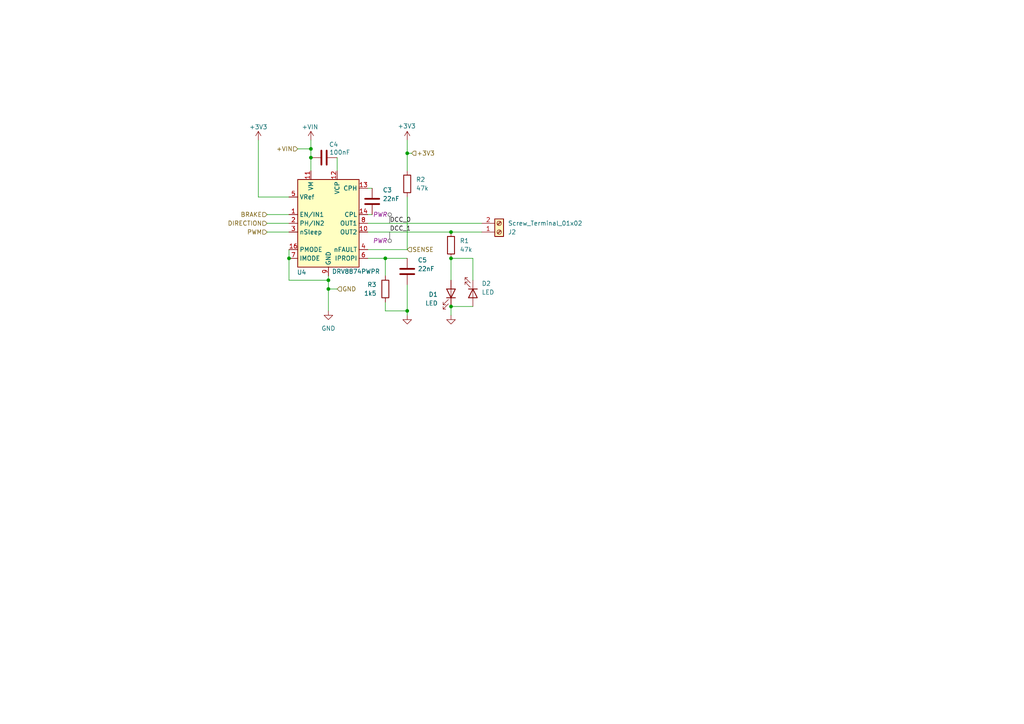
<source format=kicad_sch>
(kicad_sch (version 20231120) (generator "eeschema") (generator_version "8.0")
  (paper "A4")
  (lib_symbols
    (symbol "Connector:Screw_Terminal_01x02" (pin_names (offset 1.016) hide)
      (property "Reference" "J" (at 0 2.54 0))
      (property "Value" "Screw_Terminal_01x02" (at 0 -5.08 0))
      (symbol "Screw_Terminal_01x02_1_1"
        (rectangle (start -1.27 1.27) (end 1.27 -3.81) (stroke (width 0.254)) (fill (type background)))
        (circle (center 0 -2.54) (radius 0.635) (stroke (width 0.1524)))
        (polyline (pts (xy -0.5334 -2.2098) (xy 0.3302 -3.048)) (stroke (width 0.1524)))
        (polyline (pts (xy -0.5334 0.3302) (xy 0.3302 -0.508)) (stroke (width 0.1524)))
        (polyline (pts (xy -0.3556 -2.032) (xy 0.508 -2.8702)) (stroke (width 0.1524)))
        (polyline (pts (xy -0.3556 0.508) (xy 0.508 -0.3302)) (stroke (width 0.1524)))
        (circle (center 0 0) (radius 0.635) (stroke (width 0.1524)))
        (pin passive line (at -5.08 0 0) (length 3.81) (name "Pin_1") (number "1"))
        (pin passive line (at -5.08 -2.54 0) (length 3.81) (name "Pin_2") (number "2"))
      )
    )
    (symbol "Device:C" (pin_numbers hide) (pin_names (offset 0.254))
      (property "Reference" "C" (at 0.635 2.54 0))
      (property "Value" "C" (at 0.635 -2.54 0))
      (symbol "C_0_1"
        (polyline (pts (xy -2.032 -0.762) (xy 2.032 -0.762)) (stroke (width 0.508)))
        (polyline (pts (xy -2.032 0.762) (xy 2.032 0.762)) (stroke (width 0.508)))
      )
      (symbol "C_1_1"
        (pin passive line (at 0 3.81 270) (length 2.794) (name "~") (number "1"))
        (pin passive line (at 0 -3.81 90) (length 2.794) (name "~") (number "2"))
      )
    )
    (symbol "Device:LED" (pin_numbers hide) (pin_names (offset 1.016) hide)
      (property "Reference" "D" (at 0 2.54 0))
      (property "Value" "LED" (at 0 -2.54 0))
      (symbol "LED_0_1"
        (polyline (pts (xy -1.27 -1.27) (xy -1.27 1.27)) (stroke (width 0.254)))
        (polyline (pts (xy -1.27 0) (xy 1.27 0)))
        (polyline (pts (xy 1.27 -1.27) (xy 1.27 1.27) (xy -1.27 0) (xy 1.27 -1.27)) (stroke (width 0.254)))
        (polyline (pts (xy -3.048 -0.762) (xy -4.572 -2.286) (xy -3.81 -2.286) (xy -4.572 -2.286) (xy -4.572 -1.524)))
        (polyline (pts (xy -1.778 -0.762) (xy -3.302 -2.286) (xy -2.54 -2.286) (xy -3.302 -2.286) (xy -3.302 -1.524)))
      )
      (symbol "LED_1_1"
        (pin passive line (at -3.81 0 0) (length 2.54) (name "K") (number "1"))
        (pin passive line (at 3.81 0 180) (length 2.54) (name "A") (number "2"))
      )
    )
    (symbol "Device:R" (pin_numbers hide) (pin_names (offset 0))
      (property "Reference" "R" (at 2.032 0 90))
      (property "Value" "R" (at 0 0 90))
      (symbol "R_0_1"
        (rectangle (start -1.016 -2.54) (end 1.016 2.54) (stroke (width 0.254)))
      )
      (symbol "R_1_1"
        (pin passive line (at 0 3.81 270) (length 1.27) (name "~") (number "1"))
        (pin passive line (at 0 -3.81 90) (length 1.27) (name "~") (number "2"))
      )
    )
    (symbol "_my:DRV8874PWPR"
      (property "Reference" "U" (at 6.35 13.97 0))
      (property "Value" "DRV8874PWPR" (at 8.255 -13.97 0))
      (symbol "DRV8874PWPR_0_1"
        (rectangle (start -8.89 12.7) (end 8.89 -12.7) (stroke (width 0.254)) (fill (type background)))
      )
      (symbol "DRV8874PWPR_1_1"
        (pin input line (at -11.43 2.54 0) (length 2.54) (name "EN/IN1") (number "1"))
        (pin output line (at 11.43 -2.54 180) (length 2.54) (name "OUT2") (number "10"))
        (pin power_in line (at -5.08 15.24 270) (length 2.54) (name "VM") (number "11"))
        (pin bidirectional line (at 2.54 15.24 270) (length 2.54) (name "VCP") (number "12"))
        (pin bidirectional line (at 11.43 10.16 180) (length 2.54) (name "CPH") (number "13"))
        (pin bidirectional line (at 11.43 2.54 180) (length 2.54) (name "CPL") (number "14"))
        (pin passive line (at 0 -15.24 90) (length 2.54) hide (name "GND") (number "15"))
        (pin input line (at -11.43 -7.62 0) (length 2.54) (name "PMODE") (number "16"))
        (pin passive line (at 0 -15.24 90) (length 2.54) hide (name "GND") (number "17"))
        (pin input line (at -11.43 0 0) (length 2.54) (name "PH/IN2") (number "2"))
        (pin input line (at -11.43 -2.54 0) (length 2.54) (name "nSleep") (number "3"))
        (pin open_collector line (at 11.43 -7.62 180) (length 2.54) (name "nFAULT") (number "4"))
        (pin input line (at -11.43 7.62 0) (length 2.54) (name "VRef") (number "5"))
        (pin power_out line (at 11.43 -10.16 180) (length 2.54) (name "IPROPI") (number "6"))
        (pin input line (at -11.43 -10.16 0) (length 2.54) (name "IMODE") (number "7"))
        (pin output line (at 11.43 0 180) (length 2.54) (name "OUT1") (number "8"))
        (pin power_in line (at 0 -15.24 90) (length 2.54) (name "GND") (number "9"))
      )
    )
    (symbol "power:+5V" (power) (pin_names (offset 0))
      (property "Value" "+5V" (at 0 3.556 0))
      (symbol "+5V_0_1"
        (polyline (pts (xy -0.762 1.27) (xy 0 2.54)))
        (polyline (pts (xy 0 0) (xy 0 2.54)))
        (polyline (pts (xy 0 2.54) (xy 0.762 1.27)))
      )
      (symbol "+5V_1_1"
        (pin power_in line (at 0 0 90) (length 0) hide (name "+5V") (number "1"))
      )
    )
    (symbol "power:GND" (power) (pin_names (offset 0))
      (property "Value" "GND" (at 0 -3.81 0))
      (symbol "GND_0_1"
        (polyline (pts (xy 0 0) (xy 0 -1.27) (xy 1.27 -1.27) (xy 0 -2.54) (xy -1.27 -1.27) (xy 0 -1.27)))
      )
      (symbol "GND_1_1"
        (pin power_in line (at 0 0 270) (length 0) hide (name "GND") (number "1"))
      )
    )
    (symbol "power:VCC" (power) (pin_names (offset 0))
      (property "Value" "VCC" (at 0 3.81 0))
      (symbol "VCC_0_1"
        (polyline (pts (xy -0.762 1.27) (xy 0 2.54)))
        (polyline (pts (xy 0 0) (xy 0 2.54)))
        (polyline (pts (xy 0 2.54) (xy 0.762 1.27)))
      )
      (symbol "VCC_1_1"
        (pin power_in line (at 0 0 90) (length 0) hide (name "VCC") (number "1"))
      )
    )
  )
  (junction (at 111.76 74.93))
  (junction (at 90.17 43.18))
  (junction (at 83.82 74.93))
  (junction (at 130.81 74.93))
  (junction (at 95.25 81.28))
  (junction (at 118.11 44.45))
  (junction (at 130.81 67.31))
  (junction (at 130.81 88.9))
  (junction (at 90.17 45.72))
  (junction (at 95.25 83.82))
  (junction (at 118.11 90.17))
  (wire (pts (xy 95.25 83.82) (xy 95.25 81.28)))
  (wire (pts (xy 130.81 74.93) (xy 137.16 74.93)))
  (wire (pts (xy 90.17 45.72) (xy 90.17 49.53)))
  (wire (pts (xy 83.82 74.93) (xy 83.82 81.28)))
  (wire (pts (xy 86.36 43.18) (xy 90.17 43.18)))
  (wire (pts (xy 118.11 90.17) (xy 118.11 91.44)))
  (wire (pts (xy 106.68 67.31) (xy 130.81 67.31)))
  (wire (pts (xy 90.17 40.64) (xy 90.17 43.18)))
  (wire (pts (xy 83.82 81.28) (xy 95.25 81.28)))
  (wire (pts (xy 106.68 72.39) (xy 118.11 72.39)))
  (wire (pts (xy 77.47 67.31) (xy 83.82 67.31)))
  (wire (pts (xy 107.95 54.61) (xy 106.68 54.61)))
  (wire (pts (xy 97.79 83.82) (xy 95.25 83.82)))
  (wire (pts (xy 111.76 80.01) (xy 111.76 74.93)))
  (wire (pts (xy 95.25 90.17) (xy 95.25 83.82)))
  (wire (pts (xy 107.95 62.23) (xy 106.68 62.23)))
  (wire (pts (xy 130.81 88.9) (xy 130.81 91.44)))
  (wire (pts (xy 74.93 57.15) (xy 83.82 57.15)))
  (wire (pts (xy 119.38 44.45) (xy 118.11 44.45)))
  (wire (pts (xy 130.81 81.28) (xy 130.81 74.93)))
  (wire (pts (xy 106.68 64.77) (xy 139.7 64.77)))
  (wire (pts (xy 95.25 81.28) (xy 95.25 80.01)))
  (wire (pts (xy 118.11 90.17) (xy 111.76 90.17)))
  (wire (pts (xy 74.93 40.64) (xy 74.93 57.15)))
  (wire (pts (xy 118.11 57.15) (xy 118.11 72.39)))
  (wire (pts (xy 118.11 82.55) (xy 118.11 90.17)))
  (wire (pts (xy 118.11 74.93) (xy 111.76 74.93)))
  (wire (pts (xy 111.76 74.93) (xy 106.68 74.93)))
  (wire (pts (xy 90.17 43.18) (xy 90.17 45.72)))
  (wire (pts (xy 77.47 64.77) (xy 83.82 64.77)))
  (wire (pts (xy 83.82 72.39) (xy 83.82 74.93)))
  (wire (pts (xy 130.81 67.31) (xy 139.7 67.31)))
  (wire (pts (xy 118.11 44.45) (xy 118.11 49.53)))
  (wire (pts (xy 118.11 40.64) (xy 118.11 44.45)))
  (wire (pts (xy 77.47 62.23) (xy 83.82 62.23)))
  (wire (pts (xy 111.76 90.17) (xy 111.76 87.63)))
  (wire (pts (xy 97.79 45.72) (xy 97.79 49.53)))
  (wire (pts (xy 137.16 74.93) (xy 137.16 81.28)))
  (wire (pts (xy 130.81 88.9) (xy 137.16 88.9)))
  (label "DCC_1" (at 113.03 67.31 0))
  (label "DCC_0" (at 113.03 64.77 0))
  (hierarchical_label "+3V3" (shape input) (at 119.38 44.45 0))
  (hierarchical_label "+VIN" (shape input) (at 86.36 43.18 180))
  (hierarchical_label "PWM" (shape input) (at 77.47 67.31 180))
  (hierarchical_label "DIRECTION" (shape input) (at 77.47 64.77 180))
  (hierarchical_label "GND" (shape input) (at 97.79 83.82 0))
  (hierarchical_label "SENSE" (shape input) (at 118.11 72.39 0))
  (hierarchical_label "BRAKE" (shape input) (at 77.47 62.23 180))
  (netclass_flag "" (length 2.54) (shape round) (at 113.03 67.31 180) (property "Netclass" "PWR" (at 112.3315 69.85 0) (effects (font (italic yes)) (justify right))))
  (netclass_flag "" (length 2.54) (shape round) (at 113.03 64.77 0) (property "Netclass" "PWR" (at 112.3315 62.23 0) (effects (font (italic yes)) (justify right))))
  (symbol (lib_id "Device:C") (at 118.11 78.74 0) (unit 1)
    (property "Reference" "C5" (at 121.158 75.438 0) (effects (justify left)))
    (property "Value" "22nF" (at 121.158 77.978 0) (effects (justify left)))
    (property "Footprint" "Capacitor_SMD:C_0805_2012Metric_Pad1.18x1.45mm_HandSolder" (effects (hide yes)))
    (property "Description" "Unpolarized capacitor" (effects (hide yes)))
    (property "LCSC" "C1729" (effects (hide yes)))
  )
  (symbol (lib_id "Device:C") (at 93.98 45.72 270) (unit 1)
    (property "Reference" "C4" (at 96.774 41.91 90))
    (property "Value" "100nF" (at 98.552 44.196 90))
    (property "Footprint" "Capacitor_SMD:C_0805_2012Metric_Pad1.18x1.45mm_HandSolder" (effects (hide yes)))
    (property "Description" "Unpolarized capacitor" (effects (hide yes)))
    (property "LCSC" "C49678" (effects (hide yes)))
  )
  (symbol (lib_id "Device:R") (at 111.76 83.82 0) (mirror y) (unit 1)
    (property "Reference" "R3" (at 109.22 82.5499 0) (effects (justify left)))
    (property "Value" "1k5" (at 109.22 85.0899 0) (effects (justify left)))
    (property "Footprint" "Resistor_SMD:R_0805_2012Metric_Pad1.20x1.40mm_HandSolder" (effects (hide yes)))
    (property "Description" "Resistor" (effects (hide yes)))
    (property "LCSC" "C4310" (effects (hide yes)))
  )
  (symbol (lib_id "power:GND") (at 130.81 91.44 0) (unit 1)
    (property "Reference" "#PWR018" (effects (hide yes)))
    (property "Value" "GND" (effects (hide yes)))
    (property "Description" "Power symbol creates a global label with name \"GND\" , ground" (effects (hide yes)))
  )
  (symbol (lib_id "power:VCC") (at 74.93 40.64 0) (unit 1)
    (property "Reference" "#PWR021" (effects (hide yes)))
    (property "Value" "+3V3" (at 74.93 36.83 0))
    (property "Description" "Power symbol creates a global label with name \"VCC\"" (effects (hide yes)))
  )
  (symbol (lib_id "power:+5V") (at 118.11 40.64 0) (unit 1)
    (property "Reference" "#PWR022" (effects (hide yes)))
    (property "Value" "+3V3" (at 115.316 36.576 0) (effects (justify left)))
    (property "Description" "Power symbol creates a global label with name \"+5V\"" (effects (hide yes)))
  )
  (symbol (lib_id "power:VCC") (at 90.17 40.64 0) (unit 1)
    (property "Reference" "#PWR06" (effects (hide yes)))
    (property "Value" "+VIN" (at 89.916 36.83 0))
    (property "Description" "Power symbol creates a global label with name \"VCC\"" (effects (hide yes)))
  )
  (symbol (lib_id "Device:LED") (at 137.16 85.09 270) (unit 1)
    (property "Reference" "D2" (at 139.7 82.2324 90) (effects (justify left)))
    (property "Value" "LED" (at 139.7 84.7724 90) (effects (justify left)))
    (property "Footprint" "LED_SMD:LED_0805_2012Metric_Pad1.15x1.40mm_HandSolder" (effects (hide yes)))
    (property "Description" "Light emitting diode" (effects (hide yes)))
    (property "LCSC" "C2296" (effects (hide yes)))
  )
  (symbol (lib_id "power:GND") (at 118.11 91.44 0) (unit 1)
    (property "Reference" "#PWR023" (effects (hide yes)))
    (property "Value" "GND" (effects (hide yes)))
    (property "Description" "Power symbol creates a global label with name \"GND\" , ground" (effects (hide yes)))
  )
  (symbol (lib_id "Device:R") (at 130.81 71.12 0) (unit 1)
    (property "Reference" "R1" (at 133.35 69.8499 0) (effects (justify left)))
    (property "Value" "47k" (at 133.35 72.3899 0) (effects (justify left)))
    (property "Footprint" "Resistor_SMD:R_0805_2012Metric_Pad1.20x1.40mm_HandSolder" (effects (hide yes)))
    (property "Description" "Resistor" (effects (hide yes)))
    (property "LCSC" "C17713" (effects (hide yes)))
  )
  (symbol (lib_id "power:GND") (at 95.25 90.17 0) (unit 1)
    (property "Reference" "#PWR05" (effects (hide yes)))
    (property "Value" "GND" (at 95.25 95.25 0))
    (property "Description" "Power symbol creates a global label with name \"GND\" , ground" (effects (hide yes)))
  )
  (symbol (lib_id "Connector:Screw_Terminal_01x02") (at 144.78 67.31 0) (mirror x) (unit 1)
    (property "Reference" "J2" (at 147.32 67.3101 0) (effects (justify left)))
    (property "Value" "Screw_Terminal_01x02" (at 147.32 64.7701 0) (effects (justify left)))
    (property "Footprint" "TerminalBlock_MetzConnect:TerminalBlock_MetzConnect_Type701_RT11L02HGLU_1x02_P6.35mm_Horizontal" (effects (hide yes)))
    (property "Description" "Generic screw terminal, single row, 01x02, script generated (kicad-library-utils/schlib/autogen/connector/)" (effects (hide yes)))
    (property "LCSC" "C784937" (effects (hide yes)))
  )
  (symbol (lib_id "Device:R") (at 118.11 53.34 0) (unit 1)
    (property "Reference" "R2" (at 120.65 52.0699 0) (effects (justify left)))
    (property "Value" "47k" (at 120.65 54.6099 0) (effects (justify left)))
    (property "Footprint" "Resistor_SMD:R_0805_2012Metric_Pad1.20x1.40mm_HandSolder" (effects (hide yes)))
    (property "Description" "Resistor" (effects (hide yes)))
    (property "LCSC" "C17713" (effects (hide yes)))
  )
  (symbol (lib_id "Device:LED") (at 130.81 85.09 270) (mirror x) (unit 1)
    (property "Reference" "D1" (at 127 85.4074 90) (effects (justify right)))
    (property "Value" "LED" (at 127 87.9474 90) (effects (justify right)))
    (property "Footprint" "LED_SMD:LED_0805_2012Metric_Pad1.15x1.40mm_HandSolder" (effects (hide yes)))
    (property "Description" "Light emitting diode" (effects (hide yes)))
    (property "LCSC" "C2296" (effects (hide yes)))
  )
  (symbol (lib_id "_my:DRV8874PWPR") (at 95.25 64.77 0) (unit 1)
    (property "Reference" "U4" (at 86.106 78.994 0) (effects (justify left)))
    (property "Value" "DRV8874PWPR" (at 96.266 78.74 0) (effects (justify left)))
    (property "Footprint" "DRVC8874:HTSSOP-16-1EP_4.4x5mm_P0.65mm_EP3.4x5mm_Mask2.46_HiAmp" (effects (hide yes)))
    (property "Datasheet" "http://www.ti.com/lit/ds/symlink/drv8874.pdf" (effects (hide yes)))
    (property "LCSC Part #" "C1855818" (effects (hide yes)))
    (property "rohs_cert_or_in_datasheet" "y" (effects (hide yes)))
    (property "LCSC" "C1855818" (effects (hide yes)))
  )
  (symbol (lib_id "Device:C") (at 107.95 58.42 0) (unit 1)
    (property "Reference" "C3" (at 110.998 55.118 0) (effects (justify left)))
    (property "Value" "22nF" (at 110.998 57.658 0) (effects (justify left)))
    (property "Footprint" "Capacitor_SMD:C_0805_2012Metric_Pad1.18x1.45mm_HandSolder" (effects (hide yes)))
    (property "Description" "Unpolarized capacitor" (effects (hide yes)))
    (property "LCSC" "C1729" (effects (hide yes)))
  )
)
</source>
